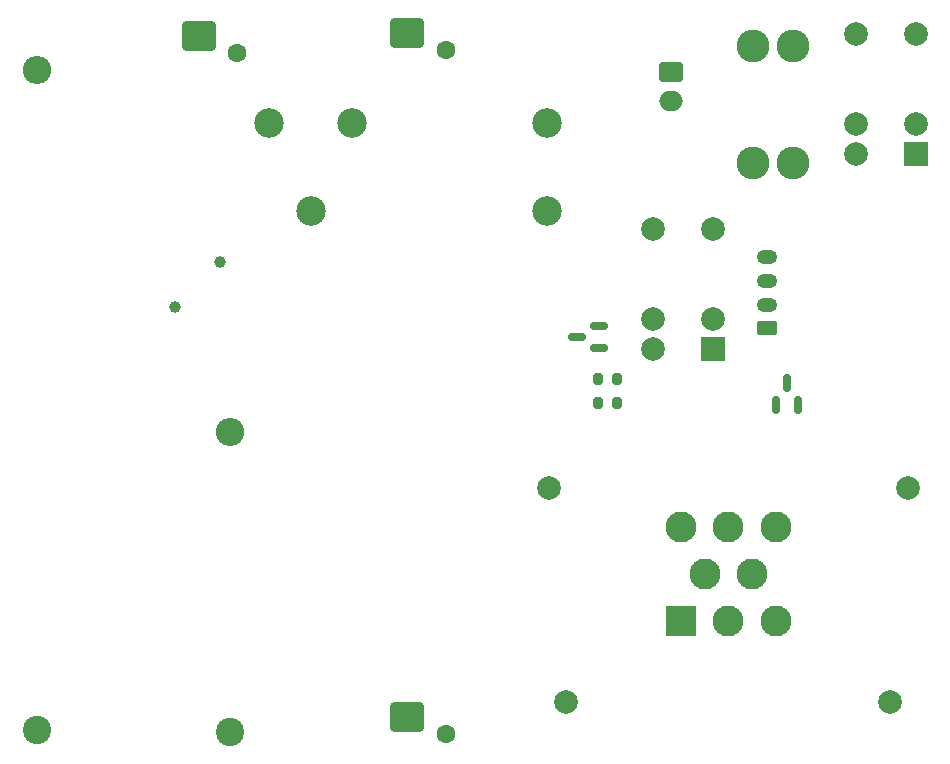
<source format=gbr>
<<<<<<< Updated upstream
%TF.GenerationSoftware,KiCad,Pcbnew,(6.0.7)*%
%TF.CreationDate,2022-11-04T12:33:48-04:00*%
%TF.ProjectId,pacman,7061636d-616e-42e6-9b69-6361645f7063,rev?*%
%TF.SameCoordinates,Original*%
%TF.FileFunction,Soldermask,Top*%
%TF.FilePolarity,Negative*%
%FSLAX46Y46*%
G04 Gerber Fmt 4.6, Leading zero omitted, Abs format (unit mm)*
G04 Created by KiCad (PCBNEW (6.0.7)) date 2022-11-04 12:33:48*
%MOMM*%
%LPD*%
G01*
G04 APERTURE LIST*
G04 Aperture macros list*
%AMRoundRect*
0 Rectangle with rounded corners*
0 $1 Rounding radius*
0 $2 $3 $4 $5 $6 $7 $8 $9 X,Y pos of 4 corners*
0 Add a 4 corners polygon primitive as box body*
4,1,4,$2,$3,$4,$5,$6,$7,$8,$9,$2,$3,0*
0 Add four circle primitives for the rounded corners*
1,1,$1+$1,$2,$3*
1,1,$1+$1,$4,$5*
1,1,$1+$1,$6,$7*
1,1,$1+$1,$8,$9*
0 Add four rect primitives between the rounded corners*
20,1,$1+$1,$2,$3,$4,$5,0*
20,1,$1+$1,$4,$5,$6,$7,0*
20,1,$1+$1,$6,$7,$8,$9,0*
20,1,$1+$1,$8,$9,$2,$3,0*%
G04 Aperture macros list end*
%ADD10RoundRect,0.250000X0.625000X-0.350000X0.625000X0.350000X-0.625000X0.350000X-0.625000X-0.350000X0*%
%ADD11O,1.750000X1.200000*%
%ADD12R,2.000000X2.000000*%
%ADD13C,2.000000*%
%ADD14C,2.500000*%
%ADD15C,2.780000*%
%ADD16C,1.600000*%
%ADD17RoundRect,0.250000X1.150000X-0.980000X1.150000X0.980000X-1.150000X0.980000X-1.150000X-0.980000X0*%
%ADD18RoundRect,0.150000X0.587500X0.150000X-0.587500X0.150000X-0.587500X-0.150000X0.587500X-0.150000X0*%
%ADD19RoundRect,0.250000X-0.750000X0.600000X-0.750000X-0.600000X0.750000X-0.600000X0.750000X0.600000X0*%
%ADD20O,2.000000X1.700000*%
%ADD21RoundRect,0.200000X-0.200000X-0.275000X0.200000X-0.275000X0.200000X0.275000X-0.200000X0.275000X0*%
%ADD22C,2.400000*%
%ADD23O,2.400000X2.400000*%
%ADD24RoundRect,0.150000X0.150000X-0.587500X0.150000X0.587500X-0.150000X0.587500X-0.150000X-0.587500X0*%
%ADD25R,2.625000X2.625000*%
%ADD26C,2.625000*%
%ADD27C,1.000000*%
G04 APERTURE END LIST*
D10*
%TO.C,J9*%
X186182000Y-78105000D03*
D11*
X186182000Y-76105000D03*
X186182000Y-74105000D03*
X186182000Y-72105000D03*
%TD*%
D12*
%TO.C,K3*%
X198749500Y-63377500D03*
D13*
X198749500Y-60837500D03*
X198749500Y-53217500D03*
X193669500Y-53217500D03*
X193669500Y-60837500D03*
X193669500Y-63377500D03*
%TD*%
D14*
%TO.C,K1*%
X151013000Y-60706000D03*
X167513000Y-68206000D03*
X147513000Y-68206000D03*
X167513000Y-60706000D03*
X144013000Y-60706000D03*
%TD*%
D15*
%TO.C,F3*%
X188390000Y-64142000D03*
X184990000Y-64142000D03*
X184990000Y-54222000D03*
X188390000Y-54222000D03*
%TD*%
D16*
%TO.C,J3*%
X158952000Y-112498000D03*
D17*
X155702000Y-110998000D03*
%TD*%
D18*
%TO.C,Q2*%
X171928000Y-79817000D03*
X171928000Y-77917000D03*
X170053000Y-78867000D03*
%TD*%
D19*
%TO.C,J6*%
X178054000Y-56388000D03*
D20*
X178054000Y-58888000D03*
%TD*%
D21*
%TO.C,R5*%
X171831000Y-82423000D03*
X173481000Y-82423000D03*
%TD*%
D22*
%TO.C,R3*%
X124333000Y-112141000D03*
D23*
X124333000Y-56261000D03*
%TD*%
D16*
%TO.C,J4*%
X141299000Y-54840000D03*
D17*
X138049000Y-53340000D03*
%TD*%
D24*
%TO.C,D5*%
X186883000Y-84630500D03*
X188783000Y-84630500D03*
X187833000Y-82755500D03*
%TD*%
D16*
%TO.C,J5*%
X158952000Y-54586000D03*
D17*
X155702000Y-53086000D03*
%TD*%
D21*
%TO.C,R6*%
X171831000Y-84455000D03*
X173481000Y-84455000D03*
%TD*%
D12*
%TO.C,K2*%
X181610000Y-79883000D03*
D13*
X181610000Y-77343000D03*
X181610000Y-69723000D03*
X176530000Y-69723000D03*
X176530000Y-77343000D03*
X176530000Y-79883000D03*
%TD*%
%TO.C,J1*%
X196580000Y-109733000D03*
X167680000Y-91633000D03*
X198080000Y-91633000D03*
X169180000Y-109733000D03*
D25*
X178880000Y-102933000D03*
D26*
X182880000Y-102933000D03*
X186880000Y-102933000D03*
X180880000Y-98933000D03*
X184880000Y-98933000D03*
X178880000Y-94933000D03*
X182880000Y-94933000D03*
X186880000Y-94933000D03*
%TD*%
D22*
%TO.C,R1*%
X140716000Y-112268000D03*
D23*
X140716000Y-86868000D03*
%TD*%
D27*
%TO.C,D1*%
X139812000Y-72532000D03*
X136032000Y-76312000D03*
%TD*%
M02*
=======
%TF.GenerationSoftware,KiCad,Pcbnew,(6.0.7)*%
%TF.CreationDate,2022-11-04T12:33:48-04:00*%
%TF.ProjectId,pacman,7061636d-616e-42e6-9b69-6361645f7063,rev?*%
%TF.SameCoordinates,Original*%
%TF.FileFunction,Soldermask,Top*%
%TF.FilePolarity,Negative*%
%FSLAX46Y46*%
G04 Gerber Fmt 4.6, Leading zero omitted, Abs format (unit mm)*
G04 Created by KiCad (PCBNEW (6.0.7)) date 2022-11-04 12:33:48*
%MOMM*%
%LPD*%
G01*
G04 APERTURE LIST*
G04 Aperture macros list*
%AMRoundRect*
0 Rectangle with rounded corners*
0 $1 Rounding radius*
0 $2 $3 $4 $5 $6 $7 $8 $9 X,Y pos of 4 corners*
0 Add a 4 corners polygon primitive as box body*
4,1,4,$2,$3,$4,$5,$6,$7,$8,$9,$2,$3,0*
0 Add four circle primitives for the rounded corners*
1,1,$1+$1,$2,$3*
1,1,$1+$1,$4,$5*
1,1,$1+$1,$6,$7*
1,1,$1+$1,$8,$9*
0 Add four rect primitives between the rounded corners*
20,1,$1+$1,$2,$3,$4,$5,0*
20,1,$1+$1,$4,$5,$6,$7,0*
20,1,$1+$1,$6,$7,$8,$9,0*
20,1,$1+$1,$8,$9,$2,$3,0*%
G04 Aperture macros list end*
%ADD10RoundRect,0.250000X0.625000X-0.350000X0.625000X0.350000X-0.625000X0.350000X-0.625000X-0.350000X0*%
%ADD11O,1.750000X1.200000*%
%ADD12R,2.000000X2.000000*%
%ADD13C,2.000000*%
%ADD14C,2.500000*%
%ADD15C,2.780000*%
%ADD16C,1.600000*%
%ADD17RoundRect,0.250000X1.150000X-0.980000X1.150000X0.980000X-1.150000X0.980000X-1.150000X-0.980000X0*%
%ADD18RoundRect,0.150000X0.587500X0.150000X-0.587500X0.150000X-0.587500X-0.150000X0.587500X-0.150000X0*%
%ADD19RoundRect,0.250000X-0.750000X0.600000X-0.750000X-0.600000X0.750000X-0.600000X0.750000X0.600000X0*%
%ADD20O,2.000000X1.700000*%
%ADD21RoundRect,0.200000X-0.200000X-0.275000X0.200000X-0.275000X0.200000X0.275000X-0.200000X0.275000X0*%
%ADD22C,2.400000*%
%ADD23O,2.400000X2.400000*%
%ADD24RoundRect,0.150000X0.150000X-0.587500X0.150000X0.587500X-0.150000X0.587500X-0.150000X-0.587500X0*%
%ADD25R,2.625000X2.625000*%
%ADD26C,2.625000*%
%ADD27C,1.000000*%
G04 APERTURE END LIST*
D10*
%TO.C,J9*%
X186182000Y-78105000D03*
D11*
X186182000Y-76105000D03*
X186182000Y-74105000D03*
X186182000Y-72105000D03*
%TD*%
D12*
%TO.C,K3*%
X198749500Y-63377500D03*
D13*
X198749500Y-60837500D03*
X198749500Y-53217500D03*
X193669500Y-53217500D03*
X193669500Y-60837500D03*
X193669500Y-63377500D03*
%TD*%
D14*
%TO.C,K1*%
X151013000Y-60706000D03*
X167513000Y-68206000D03*
X147513000Y-68206000D03*
X167513000Y-60706000D03*
X144013000Y-60706000D03*
%TD*%
D15*
%TO.C,F3*%
X188390000Y-64142000D03*
X184990000Y-64142000D03*
X184990000Y-54222000D03*
X188390000Y-54222000D03*
%TD*%
D16*
%TO.C,J3*%
X158952000Y-112498000D03*
D17*
X155702000Y-110998000D03*
%TD*%
D18*
%TO.C,Q2*%
X171928000Y-79817000D03*
X171928000Y-77917000D03*
X170053000Y-78867000D03*
%TD*%
D19*
%TO.C,J6*%
X178054000Y-56388000D03*
D20*
X178054000Y-58888000D03*
%TD*%
D21*
%TO.C,R5*%
X171831000Y-82423000D03*
X173481000Y-82423000D03*
%TD*%
D22*
%TO.C,R3*%
X124333000Y-112141000D03*
D23*
X124333000Y-56261000D03*
%TD*%
D16*
%TO.C,J4*%
X141299000Y-54840000D03*
D17*
X138049000Y-53340000D03*
%TD*%
D24*
%TO.C,D5*%
X186883000Y-84630500D03*
X188783000Y-84630500D03*
X187833000Y-82755500D03*
%TD*%
D16*
%TO.C,J5*%
X158952000Y-54586000D03*
D17*
X155702000Y-53086000D03*
%TD*%
D21*
%TO.C,R6*%
X171831000Y-84455000D03*
X173481000Y-84455000D03*
%TD*%
D12*
%TO.C,K2*%
X181610000Y-79883000D03*
D13*
X181610000Y-77343000D03*
X181610000Y-69723000D03*
X176530000Y-69723000D03*
X176530000Y-77343000D03*
X176530000Y-79883000D03*
%TD*%
%TO.C,J1*%
X196580000Y-109733000D03*
X167680000Y-91633000D03*
X198080000Y-91633000D03*
X169180000Y-109733000D03*
D25*
X178880000Y-102933000D03*
D26*
X182880000Y-102933000D03*
X186880000Y-102933000D03*
X180880000Y-98933000D03*
X184880000Y-98933000D03*
X178880000Y-94933000D03*
X182880000Y-94933000D03*
X186880000Y-94933000D03*
%TD*%
D22*
%TO.C,R1*%
X140716000Y-112268000D03*
D23*
X140716000Y-86868000D03*
%TD*%
D27*
%TO.C,D1*%
X139812000Y-72532000D03*
X136032000Y-76312000D03*
%TD*%
M02*
>>>>>>> Stashed changes

</source>
